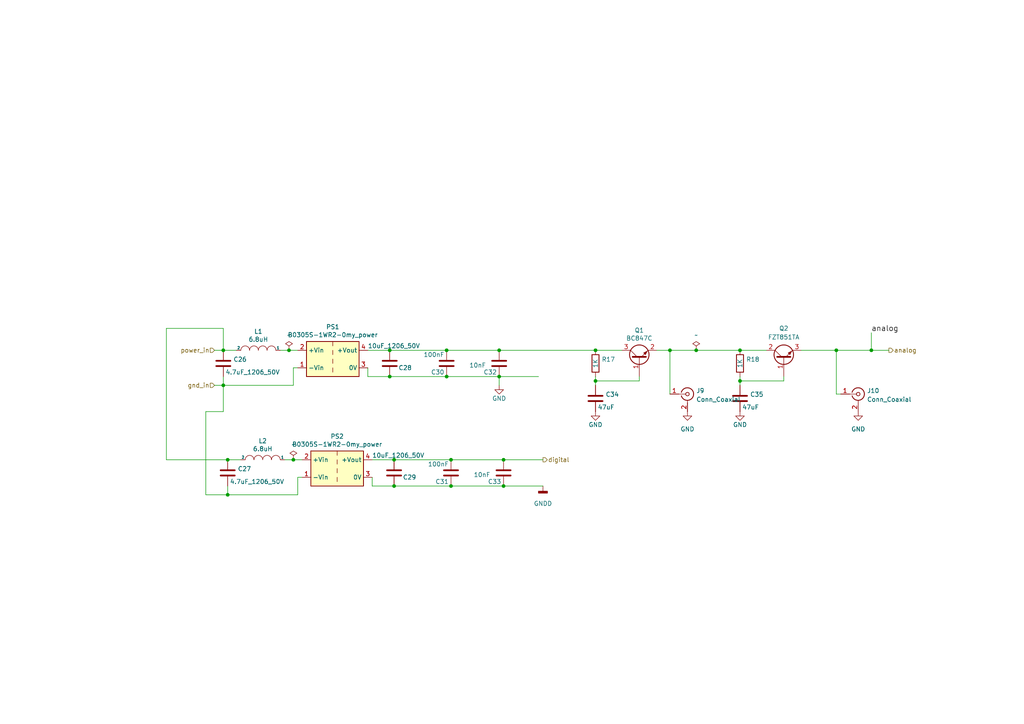
<source format=kicad_sch>
(kicad_sch (version 20211123) (generator eeschema)
  (paper "A4")
  (lib_symbols
    (symbol "0JLC-6:100nF" (pin_numbers hide) (pin_names (offset 0.254))
      (property "Reference" "C" (at 0.635 2.54 0))
      (property "Value" "100nF" (at 0.635 -2.54 0))
      (symbol "100nF_0_1"
        (polyline (pts (xy -2.032 -0.762) (xy 2.032 -0.762)) (stroke (width 0.508)))
        (polyline (pts (xy -2.032 0.762) (xy 2.032 0.762)) (stroke (width 0.508)))
      )
      (symbol "100nF_1_1"
        (pin passive line (at 0 3.81 270) (length 2.794) (name "~") (number "1"))
        (pin passive line (at 0 -3.81 90) (length 2.794) (name "~") (number "2"))
      )
    )
    (symbol "0JLC-6:10uF_1206_50V" (pin_numbers hide) (pin_names (offset 0.254))
      (property "Reference" "C" (at 0.635 2.54 0))
      (property "Value" "10uF_1206_50V" (at 0.635 -2.54 0))
      (symbol "10uF_1206_50V_0_1"
        (polyline (pts (xy -2.032 -0.762) (xy 2.032 -0.762)) (stroke (width 0.508)))
        (polyline (pts (xy -2.032 0.762) (xy 2.032 0.762)) (stroke (width 0.508)))
      )
      (symbol "10uF_1206_50V_1_1"
        (pin passive line (at 0 3.81 270) (length 2.794) (name "~") (number "1"))
        (pin passive line (at 0 -3.81 90) (length 2.794) (name "~") (number "2"))
      )
    )
    (symbol "0JLC-6:1K" (pin_numbers hide) (pin_names (offset 0))
      (property "Reference" "R" (at 2.032 0 90))
      (property "Value" "1K" (at 0 0 90))
      (symbol "1K_0_1"
        (rectangle (start -1.016 -2.54) (end 1.016 2.54) (stroke (width 0.254)))
      )
      (symbol "1K_1_1"
        (pin passive line (at 0 3.81 270) (length 1.27) (name "~") (number "1"))
        (pin passive line (at 0 -3.81 90) (length 1.27) (name "~") (number "2"))
      )
    )
    (symbol "0JLC-6:4.7uF_1206_50V" (pin_numbers hide) (pin_names (offset 0.254))
      (property "Reference" "C" (at 0.635 2.54 0))
      (property "Value" "4.7uF_1206_50V" (at 0.635 -2.54 0))
      (symbol "4.7uF_1206_50V_0_1"
        (polyline (pts (xy -2.032 -0.762) (xy 2.032 -0.762)) (stroke (width 0.508)))
        (polyline (pts (xy -2.032 0.762) (xy 2.032 0.762)) (stroke (width 0.508)))
      )
      (symbol "4.7uF_1206_50V_1_1"
        (pin passive line (at 0 3.81 270) (length 2.794) (name "~") (number "1"))
        (pin passive line (at 0 -3.81 90) (length 2.794) (name "~") (number "2"))
      )
    )
    (symbol "Connector:Conn_Coaxial" (pin_names (offset 1.016) hide)
      (property "Reference" "J" (at 0.254 3.048 0))
      (property "Value" "Conn_Coaxial" (at 2.921 0 90))
      (symbol "Conn_Coaxial_0_1"
        (arc (start -1.778 -0.508) (mid 0.2311 -1.8066) (end 1.778 0) (stroke (width 0.254)))
        (polyline (pts (xy -2.54 0) (xy -0.508 0)))
        (polyline (pts (xy 0 -2.54) (xy 0 -1.778)))
        (circle (center 0 0) (radius 0.508) (stroke (width 0.2032)))
        (arc (start 1.778 0) (mid 0.2099 1.8101) (end -1.778 0.508) (stroke (width 0.254)))
      )
      (symbol "Conn_Coaxial_1_1"
        (pin passive line (at -5.08 0 0) (length 2.54) (name "In") (number "1"))
        (pin passive line (at 0 -5.08 90) (length 2.54) (name "Ext") (number "2"))
      )
    )
    (symbol "Device:C" (pin_numbers hide) (pin_names (offset 0.254))
      (property "Reference" "C" (at 0.635 2.54 0))
      (property "Value" "C" (at 0.635 -2.54 0))
      (symbol "C_0_1"
        (polyline (pts (xy -2.032 -0.762) (xy 2.032 -0.762)) (stroke (width 0.508)))
        (polyline (pts (xy -2.032 0.762) (xy 2.032 0.762)) (stroke (width 0.508)))
      )
      (symbol "C_1_1"
        (pin passive line (at 0 3.81 270) (length 2.794) (name "~") (number "1"))
        (pin passive line (at 0 -3.81 90) (length 2.794) (name "~") (number "2"))
      )
    )
    (symbol "Device:Q_NPN_BCE" (pin_names (offset 0) hide)
      (property "Reference" "Q" (at 5.08 1.27 0))
      (property "Value" "Q_NPN_BCE" (at 5.08 -1.27 0))
      (symbol "Q_NPN_BCE_0_1"
        (polyline (pts (xy 0.635 0.635) (xy 2.54 2.54)))
        (polyline (pts (xy 0.635 -0.635) (xy 2.54 -2.54) (xy 2.54 -2.54)))
        (polyline (pts (xy 0.635 1.905) (xy 0.635 -1.905) (xy 0.635 -1.905)) (stroke (width 0.508)))
        (polyline (pts (xy 1.27 -1.778) (xy 1.778 -1.27) (xy 2.286 -2.286) (xy 1.27 -1.778) (xy 1.27 -1.778)) (fill (type outline)))
        (circle (center 1.27 0) (radius 2.8194) (stroke (width 0.254)))
      )
      (symbol "Q_NPN_BCE_1_1"
        (pin input line (at -5.08 0 0) (length 5.715) (name "B") (number "1"))
        (pin passive line (at 2.54 5.08 270) (length 2.54) (name "C") (number "2"))
        (pin passive line (at 2.54 -5.08 90) (length 2.54) (name "E") (number "3"))
      )
    )
    (symbol "Transistor_BJT:BC847" (pin_names (offset 0) hide)
      (property "Reference" "Q" (at 5.08 1.905 0))
      (property "Value" "BC847" (at 5.08 0 0))
      (symbol "BC847_0_1"
        (polyline (pts (xy 0.635 0.635) (xy 2.54 2.54)))
        (polyline (pts (xy 0.635 -0.635) (xy 2.54 -2.54) (xy 2.54 -2.54)))
        (polyline (pts (xy 0.635 1.905) (xy 0.635 -1.905) (xy 0.635 -1.905)) (stroke (width 0.508)))
        (polyline (pts (xy 1.27 -1.778) (xy 1.778 -1.27) (xy 2.286 -2.286) (xy 1.27 -1.778) (xy 1.27 -1.778)) (fill (type outline)))
        (circle (center 1.27 0) (radius 2.8194) (stroke (width 0.254)))
      )
      (symbol "BC847_1_1"
        (pin input line (at -5.08 0 0) (length 5.715) (name "B") (number "1"))
        (pin passive line (at 2.54 -5.08 90) (length 2.54) (name "E") (number "2"))
        (pin passive line (at 2.54 5.08 270) (length 2.54) (name "C") (number "3"))
      )
    )
    (symbol "power:GND" (power) (pin_names (offset 0))
      (property "Value" "GND" (at 0 -3.81 0))
      (symbol "GND_0_1"
        (polyline (pts (xy 0 0) (xy 0 -1.27) (xy 1.27 -1.27) (xy 0 -2.54) (xy -1.27 -1.27) (xy 0 -1.27)))
      )
      (symbol "GND_1_1"
        (pin power_in line (at 0 0 270) (length 0) hide (name "GND") (number "1"))
      )
    )
    (symbol "power:GNDD" (power) (pin_names (offset 0))
      (property "Value" "GNDD" (at 0 -3.175 0))
      (symbol "GNDD_0_1"
        (rectangle (start -1.27 -1.524) (end 1.27 -2.032) (stroke (width 0.254)) (fill (type outline)))
        (polyline (pts (xy 0 0) (xy 0 -1.524)))
      )
      (symbol "GNDD_1_1"
        (pin power_in line (at 0 0 270) (length 0) hide (name "GNDD") (number "1"))
      )
    )
    (symbol "power:PWR_FLAG" (power) (pin_numbers hide) (pin_names (offset 0) hide)
      (property "Value" "PWR_FLAG" (at 0 3.81 0))
      (symbol "PWR_FLAG_0_0"
        (pin power_out line (at 0 0 90) (length 0) (name "pwr") (number "1"))
      )
      (symbol "PWR_FLAG_0_1"
        (polyline (pts (xy 0 0) (xy 0 1.27) (xy -1.016 1.905) (xy 0 2.54) (xy 1.016 1.905) (xy 0 1.27)))
      )
    )
    (symbol "pspice:INDUCTOR" (pin_numbers hide) (pin_names (offset 0))
      (property "Reference" "L" (at 0 2.54 0))
      (property "Value" "INDUCTOR" (at 0 -1.27 0))
      (symbol "INDUCTOR_0_1"
        (arc (start -2.54 0) (mid -3.81 1.27) (end -5.08 0))
        (arc (start 0 0) (mid -1.27 1.27) (end -2.54 0))
        (arc (start 2.54 0) (mid 1.27 1.27) (end 0 0))
        (arc (start 5.08 0) (mid 3.81 1.27) (end 2.54 0))
      )
      (symbol "INDUCTOR_1_1"
        (pin input line (at -6.35 0 0) (length 1.27) (name "1") (number "1"))
        (pin input line (at 6.35 0 180) (length 1.27) (name "2") (number "2"))
      )
    )
    (symbol "schematic_library:B0305S-1WR2-0my_power"
      (property "Reference" "PS2" (at 0 9.3218 0))
      (property "Value" "B0305S-1WR2-0my_power" (at 0 7.0104 0))
      (symbol "B0305S-1WR2-0my_power_0_0"
        (pin power_in line (at -10.16 -2.54 0) (length 2.54) (name "-Vin") (number "1"))
        (pin power_in line (at -10.16 2.54 0) (length 2.54) (name "+Vin") (number "2"))
        (pin power_out line (at 10.16 -2.54 180) (length 2.54) (name "0V") (number "3"))
        (pin power_out line (at 10.16 2.54 180) (length 2.54) (name "+Vout") (number "4"))
      )
      (symbol "B0305S-1WR2-0my_power_0_1"
        (rectangle (start -7.62 5.08) (end 7.62 -5.08) (stroke (width 0.254)) (fill (type background)))
        (polyline (pts (xy 0 -2.54) (xy 0 -3.81)))
        (polyline (pts (xy 0 0) (xy 0 -1.27)))
        (polyline (pts (xy 0 2.54) (xy 0 1.27)))
        (polyline (pts (xy 0 5.08) (xy 0 3.81)))
      )
    )
  )
  (junction (at 113.03 109.22))
  (junction (at 146.05 133.35))
  (junction (at 85.09 133.35))
  (junction (at 129.54 109.22))
  (junction (at 64.77 111.76))
  (junction (at 130.81 133.35))
  (junction (at 194.31 101.6))
  (junction (at 114.3 140.97))
  (junction (at 113.03 101.6))
  (junction (at 144.78 101.6))
  (junction (at 66.04 133.35))
  (junction (at 146.05 140.97))
  (junction (at 144.78 109.22))
  (junction (at 64.77 101.6))
  (junction (at 242.57 101.6))
  (junction (at 252.73 101.6))
  (junction (at 66.04 143.51))
  (junction (at 172.72 110.49))
  (junction (at 172.72 101.6))
  (junction (at 129.54 101.6))
  (junction (at 114.3 133.35))
  (junction (at 214.63 101.6))
  (junction (at 83.82 101.6))
  (junction (at 130.81 140.97))
  (junction (at 201.93 101.6))
  (junction (at 214.63 110.49))
  (wire (pts (xy 107.95 140.97) (xy 114.3 140.97)))
  (wire (pts (xy 172.72 110.49) (xy 185.42 110.49)))
  (wire (pts (xy 86.36 143.51) (xy 66.04 143.51)))
  (wire (pts (xy 227.33 109.22) (xy 227.33 110.49)))
  (wire (pts (xy 185.42 110.49) (xy 185.42 109.22)))
  (wire (pts (xy 62.23 111.76) (xy 64.77 111.76)))
  (wire (pts (xy 214.63 109.22) (xy 214.63 110.49)))
  (wire (pts (xy 114.3 133.35) (xy 130.81 133.35)))
  (wire (pts (xy 146.05 133.35) (xy 157.48 133.35)))
  (wire (pts (xy 86.36 138.43) (xy 86.36 143.51)))
  (wire (pts (xy 214.63 110.49) (xy 214.63 111.76)))
  (wire (pts (xy 242.57 114.3) (xy 243.84 114.3)))
  (wire (pts (xy 242.57 101.6) (xy 242.57 114.3)))
  (wire (pts (xy 129.54 109.22) (xy 113.03 109.22)))
  (wire (pts (xy 106.68 109.22) (xy 113.03 109.22)))
  (wire (pts (xy 62.23 101.6) (xy 64.77 101.6)))
  (wire (pts (xy 130.81 140.97) (xy 114.3 140.97)))
  (wire (pts (xy 130.81 133.35) (xy 146.05 133.35)))
  (wire (pts (xy 107.95 133.35) (xy 114.3 133.35)))
  (wire (pts (xy 107.95 138.43) (xy 107.95 140.97)))
  (wire (pts (xy 172.72 101.6) (xy 180.34 101.6)))
  (wire (pts (xy 242.57 101.6) (xy 252.73 101.6)))
  (wire (pts (xy 64.77 101.6) (xy 68.58 101.6)))
  (wire (pts (xy 146.05 140.97) (xy 157.48 140.97)))
  (wire (pts (xy 129.54 101.6) (xy 144.78 101.6)))
  (wire (pts (xy 64.77 101.6) (xy 64.77 95.25)))
  (wire (pts (xy 194.31 101.6) (xy 201.93 101.6)))
  (wire (pts (xy 172.72 110.49) (xy 172.72 111.76)))
  (wire (pts (xy 201.93 101.6) (xy 214.63 101.6)))
  (wire (pts (xy 113.03 101.6) (xy 129.54 101.6)))
  (wire (pts (xy 87.63 138.43) (xy 86.36 138.43)))
  (wire (pts (xy 172.72 109.22) (xy 172.72 110.49)))
  (wire (pts (xy 83.82 101.6) (xy 86.36 101.6)))
  (wire (pts (xy 48.26 95.25) (xy 48.26 133.35)))
  (wire (pts (xy 214.63 110.49) (xy 227.33 110.49)))
  (wire (pts (xy 85.09 133.35) (xy 87.63 133.35)))
  (wire (pts (xy 130.81 140.97) (xy 146.05 140.97)))
  (wire (pts (xy 64.77 95.25) (xy 48.26 95.25)))
  (wire (pts (xy 194.31 114.3) (xy 194.31 101.6)))
  (wire (pts (xy 129.54 109.22) (xy 144.78 109.22)))
  (wire (pts (xy 86.36 106.68) (xy 85.09 106.68)))
  (wire (pts (xy 64.77 119.38) (xy 59.69 119.38)))
  (wire (pts (xy 85.09 111.76) (xy 64.77 111.76)))
  (wire (pts (xy 252.73 101.6) (xy 257.81 101.6)))
  (wire (pts (xy 48.26 133.35) (xy 66.04 133.35)))
  (wire (pts (xy 106.68 101.6) (xy 113.03 101.6)))
  (wire (pts (xy 66.04 133.35) (xy 69.85 133.35)))
  (wire (pts (xy 232.41 101.6) (xy 242.57 101.6)))
  (wire (pts (xy 144.78 101.6) (xy 172.72 101.6)))
  (wire (pts (xy 59.69 119.38) (xy 59.69 143.51)))
  (wire (pts (xy 252.73 101.6) (xy 252.73 96.52)))
  (wire (pts (xy 59.69 143.51) (xy 66.04 143.51)))
  (wire (pts (xy 64.77 109.22) (xy 64.77 111.76)))
  (wire (pts (xy 144.78 111.76) (xy 144.78 109.22)))
  (wire (pts (xy 81.28 101.6) (xy 83.82 101.6)))
  (wire (pts (xy 214.63 101.6) (xy 222.25 101.6)))
  (wire (pts (xy 66.04 140.97) (xy 66.04 143.51)))
  (wire (pts (xy 64.77 111.76) (xy 64.77 119.38)))
  (wire (pts (xy 82.55 133.35) (xy 85.09 133.35)))
  (wire (pts (xy 144.78 109.22) (xy 156.21 109.22)))
  (wire (pts (xy 85.09 106.68) (xy 85.09 111.76)))
  (wire (pts (xy 106.68 106.68) (xy 106.68 109.22)))
  (wire (pts (xy 190.5 101.6) (xy 194.31 101.6)))
  (label "analog" (at 252.73 96.52 0) (effects (font (size 1.524 1.524))))
  (hierarchical_label "power_in" (shape input) (at 62.23 101.6 180))
  (hierarchical_label "analog" (shape output) (at 257.81 101.6 0))
  (hierarchical_label "gnd_in" (shape input) (at 62.23 111.76 180))
  (hierarchical_label "digital" (shape output) (at 157.48 133.35 0))
  (symbol (lib_id "0JLC-6:100nF") (at 129.54 105.41 180) (unit 1)
    (property "Reference" "C30" (at 128.905 107.95 0) (effects (justify left)))
    (property "Value" "100nF" (at 128.905 102.87 0) (effects (justify left)))
    (property "Footprint" "Capacitor_SMD:C_0603_1608Metric_Pad1.08x0.95mm_HandSolder" (effects hide))
    (property "MFR" "Samsung" (effects hide))
    (property "MPN" "CC0603KRX7R9BB104" (effects hide))
    (property "SPURL" "-" (effects hide))
    (property "LCSC" "C14663" (effects hide))
  )
  (symbol (lib_id "Device:C") (at 144.78 105.41 180) (unit 1)
    (property "Reference" "C32" (at 144.145 107.95 0) (effects (justify left)))
    (property "Value" "10nF" (at 140.97 106.68 0) (effects (justify left top)))
    (property "Footprint" "Capacitor_SMD:C_0603_1608Metric_Pad1.08x0.95mm_HandSolder" (effects hide))
    (property "Datasheet" "0603B103K500NT" (effects hide))
    (property "MFR" "Samsung" (effects hide))
    (property "MPN" "0603B103K500NT" (effects hide))
    (property "LCSC" "C57112" (effects hide))
    (property "SPURL" "-" (effects hide))
  )
  (symbol (lib_id "power:GND") (at 144.78 111.76 0) (unit 1)
    (property "Reference" "#PWR059" (effects hide))
    (property "Value" "~" (at 144.78 115.57 0))
  )
  (symbol (lib_id "power:GND") (at 172.72 119.38 0) (unit 1)
    (property "Reference" "#PWR061" (effects hide))
    (property "Value" "~" (at 172.72 123.19 0))
  )
  (symbol (lib_id "Transistor_BJT:BC847") (at 185.42 104.14 90) (unit 1)
    (property "Reference" "Q1" (at 185.42 95.8088 90))
    (property "Value" "BC847C" (at 185.42 98.1202 90))
    (property "Footprint" "Package_TO_SOT_SMD:SOT-23" (effects hide))
    (property "Datasheet" "http://www.infineon.com/dgdl/Infineon-BC847SERIES_BC848SERIES_BC849SERIES_BC850SERIES-DS-v01_01-en.pdf?fileId=db3a304314dca389011541d4630a1657" (effects hide))
    (property "MPN" "BC847C,215" (effects hide))
    (property "LCSC" "C8664" (effects hide))
  )
  (symbol (lib_id "schematic_library:B0305S-1WR2-0my_power") (at 96.52 104.14 0) (unit 1)
    (property "Reference" "PS1" (at 96.52 94.8182 0))
    (property "Value" "B0305S-1WR2-0my_power" (at 96.52 97.1296 0))
    (property "Footprint" "Converter_DCDC:Converter_DCDC_Murata_MEE1SxxxxSC_THT" (effects hide))
    (property "LCSC" "C80854" (effects hide))
    (property "MPN" "B0305S-1WR2" (effects hide))
  )
  (symbol (lib_id "pspice:INDUCTOR") (at 74.93 101.6 0) (mirror y) (unit 1)
    (property "Reference" "L1" (at 74.93 96.139 0))
    (property "Value" "6.8uH" (at 74.93 98.4504 0))
    (property "Footprint" "Inductor_SMD:L_1210_3225Metric_Pad1.42x2.65mm_HandSolder" (effects hide))
    (property "MPN" "NLCV32T-6R8M-PFR" (effects hide))
    (property "LCSC" "C87559" (effects hide))
  )
  (symbol (lib_id "0JLC-6:10uF_1206_50V") (at 113.03 105.41 0) (unit 1)
    (property "Reference" "C28" (at 115.57 106.68 0) (effects (justify left)))
    (property "Value" "10uF_1206_50V" (at 106.68 100.33 0) (effects (justify left)))
    (property "Footprint" "Capacitor_SMD:C_1206_3216Metric_Pad1.33x1.80mm_HandSolder" (effects hide))
    (property "LCSC" "C13585" (effects hide))
    (property "MPN" "CL31A106KBHNNNE" (effects hide))
  )
  (symbol (lib_id "0JLC-6:4.7uF_1206_50V") (at 64.77 105.41 0) (unit 1)
    (property "Reference" "C26" (at 67.691 104.2416 0) (effects (justify left)))
    (property "Value" "4.7uF_1206_50V" (at 65.405 107.95 0) (effects (justify left)))
    (property "Footprint" "Capacitor_SMD:C_1206_3216Metric_Pad1.33x1.80mm_HandSolder" (effects hide))
    (property "LCSC" "C29823" (effects hide))
    (property "MPN" "1206B475K500NT" (effects hide))
  )
  (symbol (lib_id "0JLC-6:1K") (at 172.72 105.41 0) (unit 1)
    (property "Reference" "R17" (at 174.498 104.2416 0) (effects (justify left)))
    (property "Value" "1K" (at 172.72 105.41 90))
    (property "Footprint" "Resistor_SMD:R_0603_1608Metric_Pad0.98x0.95mm_HandSolder" (effects hide))
    (property "LCSC" "C21190" (effects hide))
    (property "MPN" "0603WAF1001T5E" (effects hide))
  )
  (symbol (lib_id "Device:C") (at 172.72 115.57 0) (unit 1)
    (property "Reference" "C34" (at 175.641 114.4016 0) (effects (justify left)))
    (property "Value" "47uF" (at 173.355 118.11 0) (effects (justify left)))
    (property "Footprint" "Capacitor_SMD:C_1210_3225Metric_Pad1.33x2.70mm_HandSolder" (effects hide))
    (property "LCSC" "C84494" (effects hide))
    (property "MPN" "GRM32ER71A476KE15L" (effects hide))
  )
  (symbol (lib_id "power:PWR_FLAG") (at 83.82 101.6 0) (unit 1)
    (property "Reference" "#FLG05" (effects hide))
    (property "Value" "~" (at 83.82 97.2058 0))
  )
  (symbol (lib_id "power:PWR_FLAG") (at 201.93 101.6 0) (unit 1)
    (property "Reference" "#FLG07" (effects hide))
    (property "Value" "~" (at 201.93 97.2058 0))
  )
  (symbol (lib_id "pspice:INDUCTOR") (at 76.2 133.35 0) (mirror y) (unit 1)
    (property "Reference" "L2" (at 76.2 127.889 0))
    (property "Value" "6.8uH" (at 76.2 130.2004 0))
    (property "Footprint" "Inductor_SMD:L_1210_3225Metric_Pad1.42x2.65mm_HandSolder" (effects hide))
    (property "MPN" "NLCV32T-6R8M-PFR" (effects hide))
    (property "LCSC" "C87559" (effects hide))
  )
  (symbol (lib_id "Device:C") (at 146.05 137.16 180) (unit 1)
    (property "Reference" "C33" (at 145.415 139.7 0) (effects (justify left)))
    (property "Value" "10nF" (at 142.24 138.43 0) (effects (justify left top)))
    (property "Footprint" "Capacitor_SMD:C_0603_1608Metric_Pad1.08x0.95mm_HandSolder" (effects hide))
    (property "Datasheet" "0603B103K500NT" (effects hide))
    (property "MFR" "Samsung" (effects hide))
    (property "MPN" "0603B103K500NT" (effects hide))
    (property "LCSC" "C57112" (effects hide))
    (property "SPURL" "-" (effects hide))
  )
  (symbol (lib_id "power:GND") (at 214.63 119.38 0) (unit 1)
    (property "Reference" "#PWR063" (effects hide))
    (property "Value" "~" (at 214.63 123.19 0))
  )
  (symbol (lib_id "power:GND") (at 248.92 119.38 0) (unit 1)
    (property "Reference" "#PWR064" (effects hide))
    (property "Value" "GND" (at 248.92 124.46 0))
    (property "Footprint" "Connector_Coaxial:U.FL_Hirose_U.FL-R-SMT-1_Vertical" (effects hide))
  )
  (symbol (lib_id "0JLC-6:100nF") (at 130.81 137.16 180) (unit 1)
    (property "Reference" "C31" (at 130.175 139.7 0) (effects (justify left)))
    (property "Value" "100nF" (at 130.175 134.62 0) (effects (justify left)))
    (property "Footprint" "Capacitor_SMD:C_0603_1608Metric_Pad1.08x0.95mm_HandSolder" (effects hide))
    (property "MFR" "Samsung" (effects hide))
    (property "MPN" "CC0603KRX7R9BB104" (effects hide))
    (property "SPURL" "-" (effects hide))
    (property "LCSC" "C14663" (effects hide))
  )
  (symbol (lib_id "0JLC-6:4.7uF_1206_50V") (at 66.04 137.16 0) (unit 1)
    (property "Reference" "C27" (at 68.961 135.9916 0) (effects (justify left)))
    (property "Value" "4.7uF_1206_50V" (at 66.675 139.7 0) (effects (justify left)))
    (property "Footprint" "Capacitor_SMD:C_1206_3216Metric_Pad1.33x1.80mm_HandSolder" (effects hide))
    (property "LCSC" "C29823" (effects hide))
    (property "MPN" "1206B475K500NT" (effects hide))
  )
  (symbol (lib_id "power:GND") (at 199.39 119.38 0) (unit 1)
    (property "Reference" "#PWR062" (effects hide))
    (property "Value" "GND" (at 199.39 124.46 0))
    (property "Footprint" "Connector_Coaxial:U.FL_Hirose_U.FL-R-SMT-1_Vertical" (effects hide))
  )
  (symbol (lib_id "0JLC-6:1K") (at 214.63 105.41 0) (unit 1)
    (property "Reference" "R18" (at 216.408 104.2416 0) (effects (justify left)))
    (property "Value" "1K" (at 214.63 105.41 90))
    (property "Footprint" "Resistor_SMD:R_0603_1608Metric_Pad0.98x0.95mm_HandSolder" (effects hide))
    (property "LCSC" "C21190" (effects hide))
    (property "MPN" "0603WAF1001T5E" (effects hide))
  )
  (symbol (lib_id "Connector:Conn_Coaxial") (at 199.39 114.3 0) (unit 1)
    (property "Reference" "J9" (at 201.93 113.3231 0) (effects (justify left)))
    (property "Value" "Conn_Coaxial" (at 201.93 115.8631 0) (effects (justify left)))
    (property "Footprint" "Connector_Coaxial:U.FL_Hirose_U.FL-R-SMT-1_Vertical" (effects hide))
    (property "Datasheet" " ~" (effects hide))
  )
  (symbol (lib_id "0JLC-6:10uF_1206_50V") (at 114.3 137.16 0) (unit 1)
    (property "Reference" "C29" (at 116.84 138.43 0) (effects (justify left)))
    (property "Value" "10uF_1206_50V" (at 107.95 132.08 0) (effects (justify left)))
    (property "Footprint" "Capacitor_SMD:C_1206_3216Metric_Pad1.33x1.80mm_HandSolder" (effects hide))
    (property "LCSC" "C13585" (effects hide))
    (property "MPN" "CL31A106KBHNNNE" (effects hide))
  )
  (symbol (lib_id "Connector:Conn_Coaxial") (at 248.92 114.3 0) (unit 1)
    (property "Reference" "J10" (at 251.46 113.3231 0) (effects (justify left)))
    (property "Value" "Conn_Coaxial" (at 251.46 115.8631 0) (effects (justify left)))
    (property "Footprint" "Connector_Coaxial:U.FL_Hirose_U.FL-R-SMT-1_Vertical" (effects hide))
    (property "Datasheet" " ~" (effects hide))
  )
  (symbol (lib_id "schematic_library:B0305S-1WR2-0my_power") (at 97.79 135.89 0) (unit 1)
    (property "Reference" "PS2" (at 97.79 126.5682 0))
    (property "Value" "B0305S-1WR2-0my_power" (at 97.79 128.8796 0))
    (property "Footprint" "Converter_DCDC:Converter_DCDC_Murata_MEE1SxxxxSC_THT" (effects hide))
    (property "LCSC" "C80854" (effects hide))
    (property "MPN" "B0305S-1WR2" (effects hide))
  )
  (symbol (lib_id "power:GNDD") (at 157.48 140.97 0) (unit 1)
    (property "Reference" "#PWR060" (effects hide))
    (property "Value" "GNDD" (at 157.48 146.05 0))
  )
  (symbol (lib_id "Device:C") (at 214.63 115.57 0) (unit 1)
    (property "Reference" "C35" (at 217.551 114.4016 0) (effects (justify left)))
    (property "Value" "47uF" (at 215.265 118.11 0) (effects (justify left)))
    (property "Footprint" "Capacitor_SMD:C_1210_3225Metric_Pad1.33x2.70mm_HandSolder" (effects hide))
    (property "LCSC" "C84494" (effects hide))
    (property "MPN" "GRM32ER71A476KE15L" (effects hide))
  )
  (symbol (lib_id "Device:Q_NPN_BCE") (at 227.33 104.14 90) (unit 1)
    (property "Reference" "Q2" (at 227.33 95.25 90))
    (property "Value" "FZT851TA" (at 227.33 97.79 90))
    (property "Footprint" "Package_TO_SOT_SMD:SOT-223-3_TabPin2" (effects hide))
    (property "LCSC" "C87950" (effects hide))
    (property "MPN" "FZT851TA" (effects hide))
  )
  (symbol (lib_id "power:PWR_FLAG") (at 85.09 133.35 0) (unit 1)
    (property "Reference" "#FLG06" (effects hide))
    (property "Value" "~" (at 85.09 128.9558 0))
  )
)
</source>
